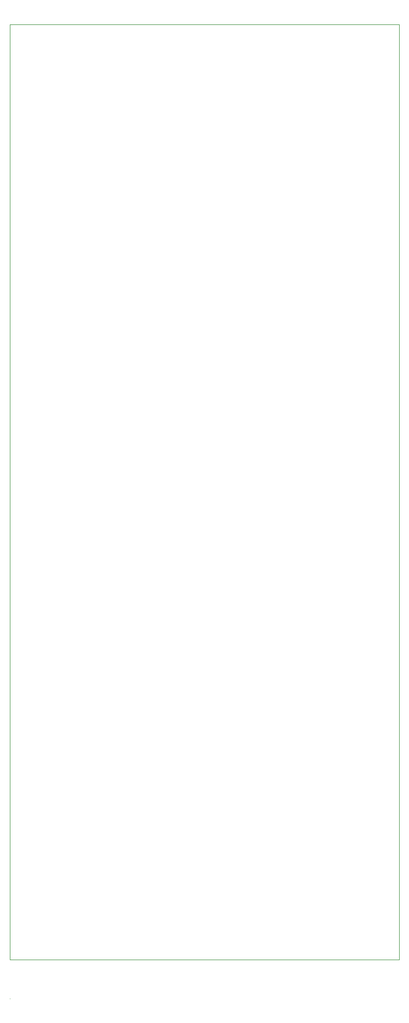
<source format=gbr>
G04 #@! TF.GenerationSoftware,KiCad,Pcbnew,(5.1.4)-1*
G04 #@! TF.CreationDate,2020-06-15T02:55:39-04:00*
G04 #@! TF.ProjectId,eth_sw_matrix_7,6574685f-7377-45f6-9d61-747269785f37,rev?*
G04 #@! TF.SameCoordinates,Original*
G04 #@! TF.FileFunction,Profile,NP*
%FSLAX46Y46*%
G04 Gerber Fmt 4.6, Leading zero omitted, Abs format (unit mm)*
G04 Created by KiCad (PCBNEW (5.1.4)-1) date 2020-06-15 02:55:39*
%MOMM*%
%LPD*%
G04 APERTURE LIST*
%ADD10C,0.050000*%
G04 APERTURE END LIST*
D10*
X120650000Y-68580000D02*
X120650000Y-220980000D01*
X184150000Y-68580000D02*
X184150000Y-220980000D01*
X120650000Y-227330000D02*
X120650000Y-227330000D01*
X120650000Y-68580000D02*
X184150000Y-68580000D01*
X120650000Y-220980000D02*
X184150000Y-220980000D01*
M02*

</source>
